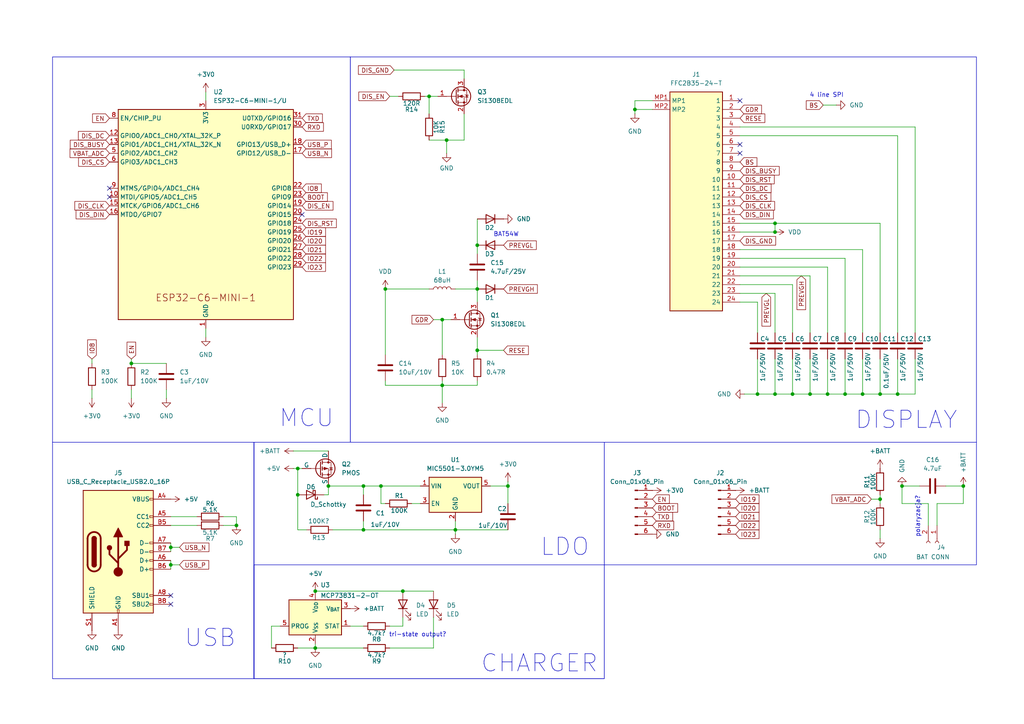
<source format=kicad_sch>
(kicad_sch (version 20231120) (generator "eeschema") (generator_version "8.0")
  (paper "A4")
  (title_block (title "ESP32 C6 EInk") (date "2024-11-17"))
  (lib_symbols
    (symbol "Battery_Management:MCP73831-2-OT"
      (property "Reference" "U" (at -7.62 6.35 0))
      (property "Value" "MCP73831-2-OT" (at 1.27 6.35 0))
      (symbol "MCP73831-2-OT_1_1"
        (pin tri_state line (at 10.16 -2.54 180) (length 2.54) (name "STAT") (number "1"))
        (pin power_in line (at 0 -7.62 90) (length 2.54) (name "V_{SS}") (number "2"))
        (pin power_out line (at 10.16 2.54 180) (length 2.54) (name "V_{BAT}") (number "3"))
        (pin power_in line (at 0 7.62 270) (length 2.54) (name "V_{DD}") (number "4"))
        (pin input line (at -10.16 -2.54 0) (length 2.54) (name "PROG") (number "5"))
      )
    )
    (symbol "Connector:Conn_01x02_Socket" (pin_names (offset 1.016) hide)
      (property "Reference" "J" (at 0 2.54 0))
      (property "Value" "Conn_01x02_Socket" (at 0 -5.08 0))
      (symbol "Conn_01x02_Socket_1_1"
        (pin passive line (at -5.08 0 0) (length 3.81) (name "Pin_1") (number "1"))
        (pin passive line (at -5.08 -2.54 0) (length 3.81) (name "Pin_2") (number "2"))
      )
    )
    (symbol "Connector:Conn_01x06_Pin" (pin_names (offset 1.016) hide)
      (property "Reference" "J" (at 0 7.62 0))
      (property "Value" "Conn_01x06_Pin" (at 0 -10.16 0))
      (symbol "Conn_01x06_Pin_1_1"
        (pin passive line (at 5.08 5.08 180) (length 3.81) (name "Pin_1") (number "1"))
        (pin passive line (at 5.08 2.54 180) (length 3.81) (name "Pin_2") (number "2"))
        (pin passive line (at 5.08 0 180) (length 3.81) (name "Pin_3") (number "3"))
        (pin passive line (at 5.08 -2.54 180) (length 3.81) (name "Pin_4") (number "4"))
        (pin passive line (at 5.08 -5.08 180) (length 3.81) (name "Pin_5") (number "5"))
        (pin passive line (at 5.08 -7.62 180) (length 3.81) (name "Pin_6") (number "6"))
      )
    )
    (symbol "Connector:USB_C_Receptacle_USB2.0_16P" (pin_names (offset 1.016))
      (property "Reference" "J" (at 0 22.225 0))
      (property "Value" "USB_C_Receptacle_USB2.0_16P" (at 0 19.685 0))
      (symbol "USB_C_Receptacle_USB2.0_16P_1_1"
        (pin passive line (at 0 -22.86 90) (length 5.08) (name "GND") (number "A1"))
        (pin passive line (at 0 -22.86 90) (length 5.08) hide (name "GND") (number "A12"))
        (pin passive line (at 15.24 15.24 180) (length 5.08) (name "VBUS") (number "A4"))
        (pin bidirectional line (at 15.24 10.16 180) (length 5.08) (name "CC1") (number "A5"))
        (pin bidirectional line (at 15.24 -2.54 180) (length 5.08) (name "D+") (number "A6"))
        (pin bidirectional line (at 15.24 2.54 180) (length 5.08) (name "D-") (number "A7"))
        (pin bidirectional line (at 15.24 -12.7 180) (length 5.08) (name "SBU1") (number "A8"))
        (pin passive line (at 15.24 15.24 180) (length 5.08) hide (name "VBUS") (number "A9"))
        (pin passive line (at 0 -22.86 90) (length 5.08) hide (name "GND") (number "B1"))
        (pin passive line (at 0 -22.86 90) (length 5.08) hide (name "GND") (number "B12"))
        (pin passive line (at 15.24 15.24 180) (length 5.08) hide (name "VBUS") (number "B4"))
        (pin bidirectional line (at 15.24 7.62 180) (length 5.08) (name "CC2") (number "B5"))
        (pin bidirectional line (at 15.24 -5.08 180) (length 5.08) (name "D+") (number "B6"))
        (pin bidirectional line (at 15.24 0 180) (length 5.08) (name "D-") (number "B7"))
        (pin bidirectional line (at 15.24 -15.24 180) (length 5.08) (name "SBU2") (number "B8"))
        (pin passive line (at 15.24 15.24 180) (length 5.08) hide (name "VBUS") (number "B9"))
        (pin passive line (at -7.62 -22.86 90) (length 5.08) (name "SHIELD") (number "S1"))
      )
    )
    (symbol "Device:C" (pin_numbers hide) (pin_names (offset 0.254))
      (property "Reference" "C" (at 0.635 2.54 0))
      (property "Value" "C" (at 0.635 -2.54 0))
      (symbol "C_1_1"
        (pin passive line (at 0 3.81 270) (length 2.794) (name "~") (number "1"))
        (pin passive line (at 0 -3.81 90) (length 2.794) (name "~") (number "2"))
      )
    )
    (symbol "Device:D" (pin_numbers hide) (pin_names (offset 1.016) hide)
      (property "Reference" "D" (at 0 2.54 0))
      (property "Value" "D" (at 0 -2.54 0))
      (symbol "D_1_1"
        (pin passive line (at -3.81 0 0) (length 2.54) (name "K") (number "1"))
        (pin passive line (at 3.81 0 180) (length 2.54) (name "A") (number "2"))
      )
    )
    (symbol "Device:D_Schottky" (pin_numbers hide) (pin_names (offset 1.016) hide)
      (property "Reference" "D" (at 0 2.54 0))
      (property "Value" "D_Schottky" (at 0 -2.54 0))
      (symbol "D_Schottky_1_1"
        (pin passive line (at -3.81 0 0) (length 2.54) (name "K") (number "1"))
        (pin passive line (at 3.81 0 180) (length 2.54) (name "A") (number "2"))
      )
    )
    (symbol "Device:L" (pin_numbers hide) (pin_names (offset 1.016) hide)
      (property "Reference" "L" (at -1.27 0 90))
      (property "Value" "L" (at 1.905 0 90))
      (symbol "L_1_1"
        (pin passive line (at 0 3.81 270) (length 1.27) (name "1") (number "1"))
        (pin passive line (at 0 -3.81 90) (length 1.27) (name "2") (number "2"))
      )
    )
    (symbol "Device:LED" (pin_numbers hide) (pin_names (offset 1.016) hide)
      (property "Reference" "D" (at 0 2.54 0))
      (property "Value" "LED" (at 0 -2.54 0))
      (symbol "LED_1_1"
        (pin passive line (at -3.81 0 0) (length 2.54) (name "K") (number "1"))
        (pin passive line (at 3.81 0 180) (length 2.54) (name "A") (number "2"))
      )
    )
    (symbol "Device:R" (pin_numbers hide) (pin_names (offset 0))
      (property "Reference" "R" (at 2.032 0 90))
      (property "Value" "R" (at 0 0 90))
      (symbol "R_1_1"
        (pin passive line (at 0 3.81 270) (length 1.27) (name "~") (number "1"))
        (pin passive line (at 0 -3.81 90) (length 1.27) (name "~") (number "2"))
      )
    )
    (symbol "FFC2B35-24-T:FFC2B35-24-T"
      (property "Reference" "J" (at 21.59 7.62 0))
      (property "Value" "FFC2B35-24-T" (at 21.59 5.08 0))
      (symbol "FFC2B35-24-T_1_1"
        (pin passive line (at 25.4 0 180) (length 5.08) (name "1") (number "1"))
        (pin passive line (at 25.4 -22.86 180) (length 5.08) (name "10") (number "10"))
        (pin passive line (at 25.4 -25.4 180) (length 5.08) (name "11") (number "11"))
        (pin passive line (at 25.4 -27.94 180) (length 5.08) (name "12") (number "12"))
        (pin passive line (at 25.4 -30.48 180) (length 5.08) (name "13") (number "13"))
        (pin passive line (at 25.4 -33.02 180) (length 5.08) (name "14") (number "14"))
        (pin passive line (at 25.4 -35.56 180) (length 5.08) (name "15") (number "15"))
        (pin passive line (at 25.4 -38.1 180) (length 5.08) (name "16") (number "16"))
        (pin passive line (at 25.4 -40.64 180) (length 5.08) (name "17") (number "17"))
        (pin passive line (at 25.4 -43.18 180) (length 5.08) (name "18") (number "18"))
        (pin passive line (at 25.4 -45.72 180) (length 5.08) (name "19") (number "19"))
        (pin passive line (at 25.4 -2.54 180) (length 5.08) (name "2") (number "2"))
        (pin passive line (at 25.4 -48.26 180) (length 5.08) (name "20") (number "20"))
        (pin passive line (at 25.4 -50.8 180) (length 5.08) (name "21") (number "21"))
        (pin passive line (at 25.4 -53.34 180) (length 5.08) (name "22") (number "22"))
        (pin passive line (at 25.4 -55.88 180) (length 5.08) (name "23") (number "23"))
        (pin passive line (at 25.4 -58.42 180) (length 5.08) (name "24") (number "24"))
        (pin passive line (at 25.4 -5.08 180) (length 5.08) (name "3") (number "3"))
        (pin passive line (at 25.4 -7.62 180) (length 5.08) (name "4") (number "4"))
        (pin passive line (at 25.4 -10.16 180) (length 5.08) (name "5") (number "5"))
        (pin passive line (at 25.4 -12.7 180) (length 5.08) (name "6") (number "6"))
        (pin passive line (at 25.4 -15.24 180) (length 5.08) (name "7") (number "7"))
        (pin passive line (at 25.4 -17.78 180) (length 5.08) (name "8") (number "8"))
        (pin passive line (at 25.4 -20.32 180) (length 5.08) (name "9") (number "9"))
        (pin passive line (at 0 0 0) (length 5.08) (name "MP1") (number "MP1"))
        (pin passive line (at 0 -2.54 0) (length 5.08) (name "MP2") (number "MP2"))
      )
    )
    (symbol "PCM_Espressif:ESP32-C6-MINI-1/U"
      (property "Reference" "U" (at -25.4 35.56 0))
      (property "Value" "ESP32-C6-MINI-1/U" (at -25.4 33.02 0))
      (symbol "ESP32-C6-MINI-1/U_0_0"
        (text "ESP32-C6-MINI-1" (at 0 -24.13 0) (effects (font (size 2 2))))
      )
      (symbol "ESP32-C6-MINI-1/U_1_1"
        (pin power_in line (at 0 -33.02 90) (length 2.54) (name "GND") (number "1"))
        (pin bidirectional line (at -27.94 5.08 0) (length 2.54) (name "MTDI/GPIO5/ADC1_CH5") (number "10"))
        (pin passive line (at 0 -33.02 90) (length 2.54) hide (name "GND") (number "11"))
        (pin bidirectional line (at -27.94 22.86 0) (length 2.54) (name "GPIO0/ADC1_CH0/XTAL_32K_P") (number "12"))
        (pin bidirectional line (at -27.94 20.32 0) (length 2.54) (name "GPIO1/ADC1_CH1/XTAL_32K_N") (number "13"))
        (pin passive line (at 0 -33.02 90) (length 2.54) hide (name "GND") (number "14"))
        (pin bidirectional line (at -27.94 2.54 0) (length 2.54) (name "MTCK/GPIO6/ADC1_CH6") (number "15"))
        (pin bidirectional line (at -27.94 0 0) (length 2.54) (name "MTDO/GPIO7") (number "16"))
        (pin bidirectional line (at 27.94 17.78 180) (length 2.54) (name "GPIO12/USB_D-") (number "17"))
        (pin bidirectional line (at 27.94 20.32 180) (length 2.54) (name "GPIO13/USB_D+") (number "18"))
        (pin bidirectional line (at 27.94 2.54 180) (length 2.54) (name "GPIO14") (number "19"))
        (pin passive line (at 0 -33.02 90) (length 2.54) hide (name "GND") (number "2"))
        (pin bidirectional line (at 27.94 0 180) (length 2.54) (name "GPIO15") (number "20"))
        (pin no_connect line (at -25.4 -10.16 0) (length 2.54) hide (name "NC") (number "21"))
        (pin bidirectional line (at 27.94 7.62 180) (length 2.54) (name "GPIO8") (number "22"))
        (pin bidirectional line (at 27.94 5.08 180) (length 2.54) (name "GPIO9") (number "23"))
        (pin bidirectional line (at 27.94 -2.54 180) (length 2.54) (name "GPIO18") (number "24"))
        (pin bidirectional line (at 27.94 -5.08 180) (length 2.54) (name "GPIO19") (number "25"))
        (pin bidirectional line (at 27.94 -7.62 180) (length 2.54) (name "GPIO20") (number "26"))
        (pin bidirectional line (at 27.94 -10.16 180) (length 2.54) (name "GPIO21") (number "27"))
        (pin bidirectional line (at 27.94 -12.7 180) (length 2.54) (name "GPIO22") (number "28"))
        (pin bidirectional line (at 27.94 -15.24 180) (length 2.54) (name "GPIO23") (number "29"))
        (pin power_in line (at 0 33.02 270) (length 2.54) (name "3V3") (number "3"))
        (pin bidirectional line (at 27.94 25.4 180) (length 2.54) (name "U0RXD/GPIO17") (number "30"))
        (pin bidirectional line (at 27.94 27.94 180) (length 2.54) (name "U0TXD/GPIO16") (number "31"))
        (pin no_connect line (at -25.4 -12.7 0) (length 2.54) hide (name "NC") (number "32"))
        (pin no_connect line (at -25.4 -15.24 0) (length 2.54) hide (name "NC") (number "33"))
        (pin no_connect line (at -25.4 -17.78 0) (length 2.54) hide (name "NC") (number "34"))
        (pin no_connect line (at -25.4 -20.32 0) (length 2.54) hide (name "NC") (number "35"))
        (pin passive line (at 0 -33.02 90) (length 2.54) hide (name "GND") (number "36"))
        (pin passive line (at 0 -33.02 90) (length 2.54) hide (name "GND") (number "37"))
        (pin passive line (at 0 -33.02 90) (length 2.54) hide (name "GND") (number "38"))
        (pin passive line (at 0 -33.02 90) (length 2.54) hide (name "GND") (number "39"))
        (pin no_connect line (at -25.4 -5.08 0) (length 2.54) hide (name "NC") (number "4"))
        (pin passive line (at 0 -33.02 90) (length 2.54) hide (name "GND") (number "40"))
        (pin passive line (at 0 -33.02 90) (length 2.54) hide (name "GND") (number "41"))
        (pin passive line (at 0 -33.02 90) (length 2.54) hide (name "GND") (number "42"))
        (pin passive line (at 0 -33.02 90) (length 2.54) hide (name "GND") (number "43"))
        (pin passive line (at 0 -33.02 90) (length 2.54) hide (name "GND") (number "44"))
        (pin passive line (at 0 -33.02 90) (length 2.54) hide (name "GND") (number "45"))
        (pin passive line (at 0 -33.02 90) (length 2.54) hide (name "GND") (number "46"))
        (pin passive line (at 0 -33.02 90) (length 2.54) hide (name "GND") (number "47"))
        (pin passive line (at 0 -33.02 90) (length 2.54) hide (name "GND") (number "48"))
        (pin passive line (at 0 -33.02 90) (length 2.54) hide (name "GND") (number "49"))
        (pin bidirectional line (at -27.94 17.78 0) (length 2.54) (name "GPIO2/ADC1_CH2") (number "5"))
        (pin passive line (at 0 -33.02 90) (length 2.54) hide (name "GND") (number "50"))
        (pin passive line (at 0 -33.02 90) (length 2.54) hide (name "GND") (number "51"))
        (pin passive line (at 0 -33.02 90) (length 2.54) hide (name "GND") (number "52"))
        (pin passive line (at 0 -33.02 90) (length 2.54) hide (name "GND") (number "53"))
        (pin bidirectional line (at -27.94 15.24 0) (length 2.54) (name "GPIO3/ADC1_CH3") (number "6"))
        (pin no_connect line (at -25.4 -7.62 0) (length 2.54) hide (name "NC") (number "7"))
        (pin input line (at -27.94 27.94 0) (length 2.54) (name "EN/CHIP_PU") (number "8"))
        (pin bidirectional line (at -27.94 7.62 0) (length 2.54) (name "MTMS/GPIO4/ADC1_CH4") (number "9"))
      )
    )
    (symbol "Regulator_Linear:MIC5501-3.0YM5"
      (property "Reference" "U" (at -7.62 8.89 0))
      (property "Value" "MIC5501-3.0YM5" (at -7.62 6.35 0))
      (symbol "MIC5501-3.0YM5_1_1"
        (pin power_in line (at -10.16 2.54 0) (length 2.54) (name "VIN") (number "1"))
        (pin power_in line (at 0 -7.62 90) (length 2.54) (name "GND") (number "2"))
        (pin input line (at -10.16 -2.54 0) (length 2.54) (name "EN") (number "3"))
        (pin no_connect line (at 7.62 -2.54 180) (length 2.54) hide (name "NC") (number "4"))
        (pin power_out line (at 10.16 2.54 180) (length 2.54) (name "VOUT") (number "5"))
      )
    )
    (symbol "Simulation_SPICE:PMOS" (pin_numbers hide) (pin_names (offset 0))
      (property "Reference" "Q" (at 5.08 1.27 0))
      (property "Value" "PMOS" (at 5.08 -1.27 0))
      (symbol "PMOS_1_1"
        (pin passive line (at 2.54 5.08 270) (length 2.54) (name "D") (number "1"))
        (pin input line (at -5.08 0 0) (length 2.54) (name "G") (number "2"))
        (pin passive line (at 2.54 -5.08 90) (length 2.54) (name "S") (number "3"))
      )
    )
    (symbol "Transistor_FET:Si1308EDL" (pin_names hide)
      (property "Reference" "Q" (at 5.08 1.905 0))
      (property "Value" "Si1308EDL" (at 5.08 0 0))
      (symbol "Si1308EDL_1_1"
        (pin input line (at -5.08 0 0) (length 2.54) (name "G") (number "1"))
        (pin passive line (at 2.54 -5.08 90) (length 2.54) (name "S") (number "2"))
        (pin passive line (at 2.54 5.08 270) (length 2.54) (name "D") (number "3"))
      )
    )
    (symbol "power:+3V0" (power) (pin_numbers hide) (pin_names (offset 0) hide)
      (property "Value" "+3V0" (at 0 3.556 0))
      (symbol "+3V0_1_1"
        (pin power_in line (at 0 0 90) (length 0) (name "~") (number "1"))
      )
    )
    (symbol "power:+5V" (power) (pin_numbers hide) (pin_names (offset 0) hide)
      (property "Value" "+5V" (at 0 3.556 0))
      (symbol "+5V_1_1"
        (pin power_in line (at 0 0 90) (length 0) (name "~") (number "1"))
      )
    )
    (symbol "power:+BATT" (power) (pin_numbers hide) (pin_names (offset 0) hide)
      (property "Value" "+BATT" (at 0 3.556 0))
      (symbol "+BATT_1_1"
        (pin power_in line (at 0 0 90) (length 0) (name "~") (number "1"))
      )
    )
    (symbol "power:GND" (power) (pin_numbers hide) (pin_names (offset 0) hide)
      (property "Value" "GND" (at 0 -3.81 0))
      (symbol "GND_1_1"
        (pin power_in line (at 0 0 270) (length 0) (name "~") (number "1"))
      )
    )
    (symbol "power:VDD" (power) (pin_numbers hide) (pin_names (offset 0) hide)
      (property "Value" "VDD" (at 0 3.556 0))
      (symbol "VDD_1_1"
        (pin power_in line (at 0 0 90) (length 0) (name "~") (number "1"))
      )
    )
  )
  (junction (at 138.43 71.12))
  (junction (at 224.79 67.31))
  (junction (at 111.76 83.82))
  (junction (at 261.62 140.97))
  (junction (at 105.41 153.67))
  (junction (at 132.08 153.67))
  (junction (at 245.11 114.3))
  (junction (at 95.25 140.97))
  (junction (at 224.79 114.3))
  (junction (at 49.53 158.75))
  (junction (at 86.36 135.89))
  (junction (at 260.35 114.3))
  (junction (at 91.44 187.96))
  (junction (at 49.53 163.83))
  (junction (at 229.87 114.3))
  (junction (at 138.43 83.82))
  (junction (at 279.4 140.97))
  (junction (at 184.15 31.75))
  (junction (at 124.46 27.94))
  (junction (at 250.19 114.3))
  (junction (at 86.36 143.51))
  (junction (at 255.27 144.78))
  (junction (at 68.58 152.4))
  (junction (at 129.54 40.64))
  (junction (at 255.27 114.3))
  (junction (at 116.84 171.45))
  (junction (at 128.27 111.76))
  (junction (at 147.32 140.97))
  (junction (at 128.27 92.71))
  (junction (at 138.43 101.6))
  (junction (at 219.71 114.3))
  (junction (at 240.03 114.3))
  (junction (at 105.41 140.97))
  (junction (at 224.79 64.77))
  (junction (at 38.1 105.41))
  (junction (at 91.44 171.45))
  (junction (at 110.49 140.97))
  (junction (at 234.95 114.3))
  (no_connect (at 214.63 44.45))
  (no_connect (at 31.75 54.61))
  (no_connect (at 214.63 29.21))
  (no_connect (at 49.53 172.72))
  (no_connect (at 214.63 41.91))
  (no_connect (at 49.53 175.26))
  (no_connect (at 31.75 57.15))
  (no_connect (at 87.63 62.23))
  (wire (pts (xy 224.79 104.14) (xy 224.79 114.3)))
  (wire (pts (xy 111.76 111.76) (xy 111.76 110.49)))
  (wire (pts (xy 49.53 157.48) (xy 49.53 158.75)))
  (wire (pts (xy 86.36 143.51) (xy 86.36 153.67)))
  (wire (pts (xy 59.69 26.67) (xy 59.69 29.21)))
  (wire (pts (xy 214.63 85.09) (xy 224.79 85.09)))
  (wire (pts (xy 234.95 114.3) (xy 229.87 114.3)))
  (wire (pts (xy 229.87 104.14) (xy 229.87 114.3)))
  (wire (pts (xy 250.19 72.39) (xy 250.19 96.52)))
  (wire (pts (xy 105.41 153.67) (xy 132.08 153.67)))
  (wire (pts (xy 214.63 64.77) (xy 224.79 64.77)))
  (wire (pts (xy 265.43 36.83) (xy 265.43 96.52)))
  (wire (pts (xy 132.08 153.67) (xy 132.08 154.94)))
  (wire (pts (xy 261.62 146.05) (xy 261.62 140.97)))
  (wire (pts (xy 128.27 110.49) (xy 128.27 111.76)))
  (wire (pts (xy 214.63 80.01) (xy 234.95 80.01)))
  (wire (pts (xy 271.78 152.4) (xy 271.78 146.05)))
  (wire (pts (xy 138.43 71.12) (xy 138.43 73.66)))
  (wire (pts (xy 255.27 153.67) (xy 255.27 156.21)))
  (wire (pts (xy 138.43 83.82) (xy 132.08 83.82)))
  (wire (pts (xy 261.62 140.97) (xy 266.7 140.97)))
  (wire (pts (xy 214.63 77.47) (xy 240.03 77.47)))
  (wire (pts (xy 224.79 85.09) (xy 224.79 96.52)))
  (wire (pts (xy 138.43 97.79) (xy 138.43 101.6)))
  (wire (pts (xy 132.08 151.13) (xy 132.08 153.67)))
  (wire (pts (xy 240.03 114.3) (xy 234.95 114.3)))
  (wire (pts (xy 229.87 114.3) (xy 224.79 114.3)))
  (wire (pts (xy 38.1 113.03) (xy 38.1 115.57)))
  (wire (pts (xy 269.24 146.05) (xy 261.62 146.05)))
  (wire (pts (xy 260.35 39.37) (xy 260.35 96.52)))
  (wire (pts (xy 240.03 104.14) (xy 240.03 114.3)))
  (wire (pts (xy 111.76 111.76) (xy 128.27 111.76)))
  (wire (pts (xy 260.35 104.14) (xy 260.35 114.3)))
  (wire (pts (xy 57.15 152.4) (xy 49.53 152.4)))
  (wire (pts (xy 146.05 101.6) (xy 138.43 101.6)))
  (wire (pts (xy 134.62 40.64) (xy 129.54 40.64)))
  (wire (pts (xy 214.63 39.37) (xy 260.35 39.37)))
  (wire (pts (xy 110.49 140.97) (xy 110.49 146.05)))
  (wire (pts (xy 49.53 163.83) (xy 49.53 165.1)))
  (wire (pts (xy 105.41 151.13) (xy 105.41 153.67)))
  (wire (pts (xy 52.07 163.83) (xy 49.53 163.83)))
  (wire (pts (xy 64.77 149.86) (xy 68.58 149.86)))
  (wire (pts (xy 224.79 67.31) (xy 224.79 64.77)))
  (wire (pts (xy 86.36 135.89) (xy 86.36 143.51)))
  (wire (pts (xy 52.07 158.75) (xy 49.53 158.75)))
  (wire (pts (xy 229.87 82.55) (xy 229.87 96.52)))
  (wire (pts (xy 134.62 33.02) (xy 134.62 40.64)))
  (wire (pts (xy 113.03 181.61) (xy 116.84 181.61)))
  (wire (pts (xy 57.15 149.86) (xy 49.53 149.86)))
  (wire (pts (xy 48.26 113.03) (xy 48.26 115.57)))
  (wire (pts (xy 49.53 158.75) (xy 49.53 160.02)))
  (wire (pts (xy 265.43 114.3) (xy 260.35 114.3)))
  (wire (pts (xy 125.73 179.07) (xy 125.73 187.96)))
  (wire (pts (xy 189.23 29.21) (xy 184.15 29.21)))
  (wire (pts (xy 252.73 144.78) (xy 255.27 144.78)))
  (wire (pts (xy 255.27 64.77) (xy 255.27 96.52)))
  (wire (pts (xy 138.43 83.82) (xy 138.43 87.63)))
  (wire (pts (xy 116.84 171.45) (xy 125.73 171.45)))
  (wire (pts (xy 95.25 140.97) (xy 105.41 140.97)))
  (wire (pts (xy 123.19 27.94) (xy 124.46 27.94)))
  (wire (pts (xy 113.03 27.94) (xy 115.57 27.94)))
  (wire (pts (xy 255.27 143.51) (xy 255.27 144.78)))
  (wire (pts (xy 128.27 92.71) (xy 130.81 92.71)))
  (wire (pts (xy 124.46 27.94) (xy 127 27.94)))
  (wire (pts (xy 78.74 181.61) (xy 81.28 181.61)))
  (wire (pts (xy 95.25 143.51) (xy 95.25 140.97)))
  (wire (pts (xy 214.63 36.83) (xy 265.43 36.83)))
  (wire (pts (xy 240.03 77.47) (xy 240.03 96.52)))
  (wire (pts (xy 26.67 113.03) (xy 26.67 115.57)))
  (wire (pts (xy 128.27 102.87) (xy 128.27 92.71)))
  (wire (pts (xy 219.71 114.3) (xy 215.9 114.3)))
  (wire (pts (xy 224.79 114.3) (xy 219.71 114.3)))
  (wire (pts (xy 184.15 29.21) (xy 184.15 31.75)))
  (wire (pts (xy 219.71 87.63) (xy 219.71 96.52)))
  (wire (pts (xy 214.63 74.93) (xy 245.11 74.93)))
  (wire (pts (xy 250.19 114.3) (xy 245.11 114.3)))
  (wire (pts (xy 138.43 63.5) (xy 138.43 71.12)))
  (wire (pts (xy 86.36 135.89) (xy 87.63 135.89)))
  (wire (pts (xy 142.24 140.97) (xy 147.32 140.97)))
  (wire (pts (xy 129.54 40.64) (xy 124.46 40.64)))
  (wire (pts (xy 86.36 153.67) (xy 88.9 153.67)))
  (wire (pts (xy 255.27 104.14) (xy 255.27 114.3)))
  (wire (pts (xy 260.35 114.3) (xy 255.27 114.3)))
  (wire (pts (xy 128.27 111.76) (xy 128.27 116.84)))
  (wire (pts (xy 125.73 92.71) (xy 128.27 92.71)))
  (wire (pts (xy 124.46 27.94) (xy 124.46 33.02)))
  (wire (pts (xy 138.43 101.6) (xy 138.43 102.87)))
  (wire (pts (xy 110.49 140.97) (xy 121.92 140.97)))
  (wire (pts (xy 91.44 171.45) (xy 116.84 171.45)))
  (wire (pts (xy 78.74 187.96) (xy 78.74 181.61)))
  (wire (pts (xy 255.27 146.05) (xy 255.27 144.78)))
  (wire (pts (xy 129.54 44.45) (xy 129.54 40.64)))
  (wire (pts (xy 26.67 105.41) (xy 26.67 104.14)))
  (wire (pts (xy 224.79 67.31) (xy 214.63 67.31)))
  (wire (pts (xy 250.19 104.14) (xy 250.19 114.3)))
  (wire (pts (xy 147.32 140.97) (xy 147.32 146.05)))
  (wire (pts (xy 91.44 187.96) (xy 91.44 186.69)))
  (wire (pts (xy 271.78 146.05) (xy 279.4 146.05)))
  (wire (pts (xy 269.24 152.4) (xy 269.24 146.05)))
  (wire (pts (xy 134.62 20.32) (xy 134.62 22.86)))
  (wire (pts (xy 255.27 114.3) (xy 250.19 114.3)))
  (wire (pts (xy 111.76 146.05) (xy 110.49 146.05)))
  (wire (pts (xy 85.09 130.81) (xy 95.25 130.81)))
  (wire (pts (xy 119.38 146.05) (xy 121.92 146.05)))
  (wire (pts (xy 219.71 104.14) (xy 219.71 114.3)))
  (wire (pts (xy 134.62 20.32) (xy 114.3 20.32)))
  (wire (pts (xy 101.6 181.61) (xy 105.41 181.61)))
  (wire (pts (xy 138.43 111.76) (xy 128.27 111.76)))
  (wire (pts (xy 132.08 153.67) (xy 147.32 153.67)))
  (wire (pts (xy 111.76 83.82) (xy 124.46 83.82)))
  (wire (pts (xy 86.36 187.96) (xy 91.44 187.96)))
  (wire (pts (xy 147.32 139.7) (xy 147.32 140.97)))
  (wire (pts (xy 85.09 135.89) (xy 86.36 135.89)))
  (wire (pts (xy 111.76 83.82) (xy 111.76 102.87)))
  (wire (pts (xy 68.58 149.86) (xy 68.58 152.4)))
  (wire (pts (xy 234.95 80.01) (xy 234.95 96.52)))
  (wire (pts (xy 48.26 105.41) (xy 38.1 105.41)))
  (wire (pts (xy 279.4 146.05) (xy 279.4 140.97)))
  (wire (pts (xy 116.84 179.07) (xy 116.84 181.61)))
  (wire (pts (xy 245.11 74.93) (xy 245.11 96.52)))
  (wire (pts (xy 265.43 104.14) (xy 265.43 114.3)))
  (wire (pts (xy 214.63 72.39) (xy 250.19 72.39)))
  (wire (pts (xy 214.63 82.55) (xy 229.87 82.55)))
  (wire (pts (xy 125.73 187.96) (xy 113.03 187.96)))
  (wire (pts (xy 234.95 104.14) (xy 234.95 114.3)))
  (wire (pts (xy 105.41 187.96) (xy 91.44 187.96)))
  (wire (pts (xy 138.43 110.49) (xy 138.43 111.76)))
  (wire (pts (xy 189.23 31.75) (xy 184.15 31.75)))
  (wire (pts (xy 59.69 95.25) (xy 59.69 97.79)))
  (wire (pts (xy 274.32 140.97) (xy 279.4 140.97)))
  (wire (pts (xy 38.1 105.41) (xy 38.1 104.14)))
  (wire (pts (xy 93.98 143.51) (xy 95.25 143.51)))
  (wire (pts (xy 49.53 162.56) (xy 49.53 163.83)))
  (wire (pts (xy 245.11 104.14) (xy 245.11 114.3)))
  (wire (pts (xy 245.11 114.3) (xy 240.03 114.3)))
  (wire (pts (xy 184.15 33.02) (xy 184.15 31.75)))
  (wire (pts (xy 224.79 64.77) (xy 255.27 64.77)))
  (wire (pts (xy 214.63 87.63) (xy 219.71 87.63)))
  (wire (pts (xy 138.43 81.28) (xy 138.43 83.82)))
  (wire (pts (xy 105.41 140.97) (xy 110.49 140.97)))
  (wire (pts (xy 238.76 30.48) (xy 242.57 30.48)))
  (wire (pts (xy 64.77 152.4) (xy 68.58 152.4)))
  (wire (pts (xy 105.41 140.97) (xy 105.41 143.51)))
  (wire (pts (xy 96.52 153.67) (xy 105.41 153.67)))
  (rectangle (start 15.24 16.51) (end 101.6 128.27))
  (rectangle (start 73.66 128.27) (end 175.26 196.85))
  (rectangle (start 101.6 16.51) (end 283.21 128.27))
  (rectangle (start 15.24 128.27) (end 73.66 196.85))
  (rectangle (start 73.66 163.83) (end 175.26 196.85))
  (rectangle (start 175.26 128.27) (end 283.21 163.83))
  (text "USB" (at 60.96 185.166 0) (effects (font (size 5 5))))
  (text "DISPLAY" (at 262.89 121.92 0) (effects (font (size 5 5))))
  (text "BAT54W" (at 146.812 68.072 0) (effects (font (size 1.27 1.27))))
  (text "4 line SPI" (at 239.776 27.686 0) (effects (font (size 1.27 1.27))))
  (text "polaryzacja?" (at 266.192 149.86 90) (effects (font (size 1.27 1.27))))
  (text "tri-state output?" (at 121.158 184.15 0) (effects (font (size 1.27 1.27))))
  (text "CHARGER" (at 156.464 192.532 0) (effects (font (size 5 5))))
  (text "MCU" (at 88.9 121.412 0) (effects (font (size 5 5))))
  (text "LDO" (at 163.83 158.75 0) (effects (font (size 5 5))))
  (global_label "DIS_EN" (shape input) (at 113.03 27.94 180) (property "Intersheetrefs" "${INTERSHEET_REFS}" (effects (hide yes))))
  (global_label "DIS_CS" (shape input) (at 214.63 57.15 0) (property "Intersheetrefs" "${INTERSHEET_REFS}" (effects (hide yes))))
  (global_label "IO22" (shape input) (at 87.63 74.93 0) (property "Intersheetrefs" "${INTERSHEET_REFS}" (effects (hide yes))))
  (global_label "EN" (shape input) (at 31.75 34.29 180) (property "Intersheetrefs" "${INTERSHEET_REFS}" (effects (hide yes))))
  (global_label "BS" (shape input) (at 214.63 46.99 0) (property "Intersheetrefs" "${INTERSHEET_REFS}" (effects (hide yes))))
  (global_label "RXD" (shape input) (at 87.63 36.83 0) (property "Intersheetrefs" "${INTERSHEET_REFS}" (effects (hide yes))))
  (global_label "RESE" (shape input) (at 214.63 34.29 0) (property "Intersheetrefs" "${INTERSHEET_REFS}" (effects (hide yes))))
  (global_label "IO21" (shape input) (at 87.63 72.39 0) (property "Intersheetrefs" "${INTERSHEET_REFS}" (effects (hide yes))))
  (global_label "USB_P" (shape input) (at 87.63 41.91 0) (property "Intersheetrefs" "${INTERSHEET_REFS}" (effects (hide yes))))
  (global_label "BOOT" (shape input) (at 87.63 57.15 0) (property "Intersheetrefs" "${INTERSHEET_REFS}" (effects (hide yes))))
  (global_label "DIS_DC" (shape input) (at 214.63 54.61 0) (property "Intersheetrefs" "${INTERSHEET_REFS}" (effects (hide yes))))
  (global_label "DIS_RST" (shape input) (at 214.63 52.07 0) (property "Intersheetrefs" "${INTERSHEET_REFS}" (effects (hide yes))))
  (global_label "IO8" (shape input) (at 87.63 54.61 0) (property "Intersheetrefs" "${INTERSHEET_REFS}" (effects (hide yes))))
  (global_label "DIS_EN" (shape input) (at 87.63 59.69 0) (property "Intersheetrefs" "${INTERSHEET_REFS}" (effects (hide yes))))
  (global_label "RXD" (shape input) (at 189.23 152.4 0) (property "Intersheetrefs" "${INTERSHEET_REFS}" (effects (hide yes))))
  (global_label "GDR" (shape input) (at 125.73 92.71 180) (property "Intersheetrefs" "${INTERSHEET_REFS}" (effects (hide yes))))
  (global_label "PREVGH" (shape input) (at 146.05 83.82 0) (property "Intersheetrefs" "${INTERSHEET_REFS}" (effects (hide yes))))
  (global_label "EN" (shape input) (at 38.1 104.14 90) (property "Intersheetrefs" "${INTERSHEET_REFS}" (effects (hide yes))))
  (global_label "USB_N" (shape input) (at 52.07 158.75 0) (property "Intersheetrefs" "${INTERSHEET_REFS}" (effects (hide yes))))
  (global_label "RESE" (shape input) (at 146.05 101.6 0) (property "Intersheetrefs" "${INTERSHEET_REFS}" (effects (hide yes))))
  (global_label "DIS_DIN" (shape input) (at 31.75 62.23 180) (property "Intersheetrefs" "${INTERSHEET_REFS}" (effects (hide yes))))
  (global_label "DIS_DIN" (shape input) (at 214.63 62.23 0) (property "Intersheetrefs" "${INTERSHEET_REFS}" (effects (hide yes))))
  (global_label "DIS_BUSY" (shape input) (at 214.63 49.53 0) (property "Intersheetrefs" "${INTERSHEET_REFS}" (effects (hide yes))))
  (global_label "DIS_CS" (shape input) (at 31.75 46.99 180) (property "Intersheetrefs" "${INTERSHEET_REFS}" (effects (hide yes))))
  (global_label "VBAT_ADC" (shape input) (at 252.73 144.78 180) (property "Intersheetrefs" "${INTERSHEET_REFS}" (effects (hide yes))))
  (global_label "BS" (shape input) (at 238.76 30.48 180) (property "Intersheetrefs" "${INTERSHEET_REFS}" (effects (hide yes))))
  (global_label "IO8" (shape input) (at 26.67 104.14 90) (property "Intersheetrefs" "${INTERSHEET_REFS}" (effects (hide yes))))
  (global_label "IO20" (shape input) (at 213.36 147.32 0) (property "Intersheetrefs" "${INTERSHEET_REFS}" (effects (hide yes))))
  (global_label "DIS_CLK" (shape input) (at 214.63 59.69 0) (property "Intersheetrefs" "${INTERSHEET_REFS}" (effects (hide yes))))
  (global_label "GDR" (shape input) (at 214.63 31.75 0) (property "Intersheetrefs" "${INTERSHEET_REFS}" (effects (hide yes))))
  (global_label "IO22" (shape input) (at 213.36 152.4 0) (property "Intersheetrefs" "${INTERSHEET_REFS}" (effects (hide yes))))
  (global_label "EN" (shape input) (at 189.23 144.78 0) (property "Intersheetrefs" "${INTERSHEET_REFS}" (effects (hide yes))))
  (global_label "USB_N" (shape input) (at 87.63 44.45 0) (property "Intersheetrefs" "${INTERSHEET_REFS}" (effects (hide yes))))
  (global_label "IO23" (shape input) (at 213.36 154.94 0) (property "Intersheetrefs" "${INTERSHEET_REFS}" (effects (hide yes))))
  (global_label "DIS_BUSY" (shape input) (at 31.75 41.91 180) (property "Intersheetrefs" "${INTERSHEET_REFS}" (effects (hide yes))))
  (global_label "IO20" (shape input) (at 87.63 69.85 0) (property "Intersheetrefs" "${INTERSHEET_REFS}" (effects (hide yes))))
  (global_label "IO19" (shape input) (at 213.36 144.78 0) (property "Intersheetrefs" "${INTERSHEET_REFS}" (effects (hide yes))))
  (global_label "VBAT_ADC" (shape input) (at 31.75 44.45 180) (property "Intersheetrefs" "${INTERSHEET_REFS}" (effects (hide yes))))
  (global_label "USB_P" (shape input) (at 52.07 163.83 0) (property "Intersheetrefs" "${INTERSHEET_REFS}" (effects (hide yes))))
  (global_label "DIS_GND" (shape input) (at 114.3 20.32 180) (property "Intersheetrefs" "${INTERSHEET_REFS}" (effects (hide yes))))
  (global_label "BOOT" (shape input) (at 189.23 147.32 0) (property "Intersheetrefs" "${INTERSHEET_REFS}" (effects (hide yes))))
  (global_label "DIS_CLK" (shape input) (at 31.75 59.69 180) (property "Intersheetrefs" "${INTERSHEET_REFS}" (effects (hide yes))))
  (global_label "IO23" (shape input) (at 87.63 77.47 0) (property "Intersheetrefs" "${INTERSHEET_REFS}" (effects (hide yes))))
  (global_label "TXD" (shape input) (at 87.63 34.29 0) (property "Intersheetrefs" "${INTERSHEET_REFS}" (effects (hide yes))))
  (global_label "DIS_RST" (shape input) (at 87.63 64.77 0) (property "Intersheetrefs" "${INTERSHEET_REFS}" (effects (hide yes))))
  (global_label "PREVGL" (shape input) (at 222.25 85.09 270) (property "Intersheetrefs" "${INTERSHEET_REFS}" (effects (hide yes))))
  (global_label "TXD" (shape input) (at 189.23 149.86 0) (property "Intersheetrefs" "${INTERSHEET_REFS}" (effects (hide yes))))
  (global_label "DIS_GND" (shape input) (at 214.63 69.85 0) (property "Intersheetrefs" "${INTERSHEET_REFS}" (effects (hide yes))))
  (global_label "DIS_DC" (shape input) (at 31.75 39.37 180) (property "Intersheetrefs" "${INTERSHEET_REFS}" (effects (hide yes))))
  (global_label "PREVGH" (shape input) (at 232.41 80.01 270) (property "Intersheetrefs" "${INTERSHEET_REFS}" (effects (hide yes))))
  (global_label "IO19" (shape input) (at 87.63 67.31 0) (property "Intersheetrefs" "${INTERSHEET_REFS}" (effects (hide yes))))
  (global_label "IO21" (shape input) (at 213.36 149.86 0) (property "Intersheetrefs" "${INTERSHEET_REFS}" (effects (hide yes))))
  (global_label "PREVGL" (shape input) (at 146.05 71.12 0) (property "Intersheetrefs" "${INTERSHEET_REFS}" (effects (hide yes))))
  (symbol (lib_id "Device:LED") (at 125.73 175.26 90) (unit 1)
    (property "Reference" "D5" (at 129.54 175.5774 90) (effects (justify right)))
    (property "Value" "LED" (at 129.54 178.1174 90) (effects (justify right)))
    (property "Description" "Light emitting diode" (effects (hide yes)))
  )
  (symbol (lib_id "Device:C") (at 234.95 100.33 0) (unit 1)
    (property "Reference" "C7" (at 235.712 98.298 0) (effects (justify left)))
    (property "Value" "1uF/50V" (at 236.474 110.744 90) (effects (justify left)))
    (property "Description" "Unpolarized capacitor" (effects (hide yes)))
  )
  (symbol (lib_id "Device:R") (at 109.22 181.61 270) (unit 1)
    (property "Reference" "R8" (at 109.22 185.42 90))
    (property "Value" "4.7k?" (at 109.22 183.642 90))
    (property "Description" "Resistor" (effects (hide yes)))
  )
  (symbol (lib_id "Device:R") (at 82.55 187.96 270) (unit 1)
    (property "Reference" "R10" (at 82.55 191.77 90))
    (property "Value" "?" (at 82.55 189.992 90))
    (property "Description" "Resistor" (effects (hide yes)))
  )
  (symbol (lib_id "PCM_Espressif:ESP32-C6-MINI-1/U") (at 59.69 62.23 0) (unit 1)
    (property "Reference" "U2" (at 61.8841 26.67 0) (effects (justify left)))
    (property "Value" "ESP32-C6-MINI-1/U" (at 61.8841 29.21 0) (effects (justify left)))
    (property "Footprint" "PCM_Espressif:ESP32-C6-MINI-1" (effects (hide yes)))
    (property "Datasheet" "https://www.espressif.com/sites/default/files/documentation/esp32-c6-mini-1_datasheet_en.pdf" (effects (hide yes)))
    (property "Description" "ESP32-C6-MINI-1 is a module that supports 2.4 GHz Wi-Fi 6 (802.11 ax), Bluetooth® 5 (LE), Zigbee and Thread (802.15.4)" (effects (hide yes)))
  )
  (symbol (lib_id "Battery_Management:MCP73831-2-OT") (at 91.44 179.07 0) (unit 1)
    (property "Reference" "U3" (at 92.964 169.672 0) (effects (justify left)))
    (property "Value" "MCP73831-2-OT" (at 92.964 172.72 0) (effects (justify left)))
    (property "Footprint" "Package_TO_SOT_SMD:SOT-23-5_HandSoldering" (effects (hide yes)))
    (property "Datasheet" "http://ww1.microchip.com/downloads/en/DeviceDoc/20001984g.pdf" (effects (hide yes)))
    (property "Description" "Single cell, Li-Ion/Li-Po charge management controller, 4.20V, Tri-State Status Output, in SOT23-5 package" (effects (hide yes)))
  )
  (symbol (lib_id "power:GND") (at 242.57 30.48 90) (unit 1)
    (property "Reference" "#PWR020" (effects (hide yes)))
    (property "Value" "GND" (at 246.38 30.4799 90) (effects (justify right)))
    (property "Description" "Power symbol creates a global label with name \"GND\" , ground" (effects (hide yes)))
  )
  (symbol (lib_id "Connector:Conn_01x02_Socket") (at 271.78 157.48 270) (unit 1)
    (property "Reference" "J4" (at 271.7801 158.75 90) (effects (justify left)))
    (property "Value" "BAT CONN" (at 265.684 161.544 90) (effects (justify left)))
    (property "Footprint" "Connector_JST:JST_EH_S2B-EH_1x02_P2.50mm_Horizontal" (effects (hide yes)))
    (property "Description" "Generic connector, single row, 01x02, script generated" (effects (hide yes)))
  )
  (symbol (lib_id "Device:R") (at 60.96 149.86 90) (unit 1)
    (property "Reference" "R6" (at 60.96 146.05 90))
    (property "Value" "5.1K" (at 60.96 147.828 90))
    (property "Description" "Resistor" (effects (hide yes)))
  )
  (symbol (lib_id "power:+3V0") (at 189.23 142.24 270) (unit 1)
    (property "Reference" "#PWR014" (effects (hide yes)))
    (property "Value" "+3V0" (at 193.04 142.2399 90) (effects (justify left)))
    (property "Description" "Power symbol creates a global label with name \"+3V0\"" (effects (hide yes)))
  )
  (symbol (lib_id "power:GND") (at 91.44 187.96 0) (unit 1)
    (property "Reference" "#PWR030" (effects (hide yes)))
    (property "Value" "GND" (at 91.44 193.04 0))
    (property "Description" "Power symbol creates a global label with name \"GND\" , ground" (effects (hide yes)))
  )
  (symbol (lib_id "power:GND") (at 59.69 97.79 0) (unit 1)
    (property "Reference" "#PWR02" (effects (hide yes)))
    (property "Value" "GND" (at 59.69 102.87 0))
    (property "Description" "Power symbol creates a global label with name \"GND\" , ground" (effects (hide yes)))
  )
  (symbol (lib_id "power:+3V0") (at 38.1 115.57 180) (unit 1)
    (property "Reference" "#PWR011" (effects (hide yes)))
    (property "Value" "+3V0" (at 38.1 120.65 0))
    (property "Description" "Power symbol creates a global label with name \"+3V0\"" (effects (hide yes)))
  )
  (symbol (lib_id "Device:D") (at 142.24 63.5 180) (unit 1)
    (property "Reference" "D2" (at 141.986 66.04 0))
    (property "Value" "D" (effects (hide yes)))
    (property "Description" "Diode" (effects (hide yes)))
    (property "Sim.Device" "D" (effects (hide yes)))
    (property "Sim.Pins" "1=K 2=A" (effects (hide yes)))
  )
  (symbol (lib_id "Device:C") (at 240.03 100.33 0) (unit 1)
    (property "Reference" "C8" (at 240.792 98.298 0) (effects (justify left)))
    (property "Value" "1uF/50V" (at 241.554 110.744 90) (effects (justify left)))
    (property "Description" "Unpolarized capacitor" (effects (hide yes)))
  )
  (symbol (lib_id "Device:C") (at 219.71 100.33 0) (unit 1)
    (property "Reference" "C4" (at 220.472 98.298 0) (effects (justify left)))
    (property "Value" "1uF/50V" (at 221.234 110.744 90) (effects (justify left)))
    (property "Description" "Unpolarized capacitor" (effects (hide yes)))
  )
  (symbol (lib_id "Connector:USB_C_Receptacle_USB2.0_16P") (at 34.29 160.02 0) (unit 1)
    (property "Reference" "J5" (at 34.29 137.16 0))
    (property "Value" "USB_C_Receptacle_USB2.0_16P" (at 34.29 139.7 0))
    (property "Footprint" "Connector_USB:USB_C_Receptacle_GCT_USB4085" (effects (hide yes)))
    (property "Datasheet" "https://www.usb.org/sites/default/files/documents/usb_type-c.zip" (effects (hide yes)))
    (property "Description" "USB 2.0-only 16P Type-C Receptacle connector" (effects (hide yes)))
  )
  (symbol (lib_id "power:VDD") (at 111.76 83.82 0) (unit 1)
    (property "Reference" "#PWR027" (effects (hide yes)))
    (property "Value" "VDD" (at 111.76 78.74 0))
    (property "Description" "Power symbol creates a global label with name \"VDD\"" (effects (hide yes)))
  )
  (symbol (lib_id "power:+BATT") (at 213.36 142.24 270) (unit 1)
    (property "Reference" "#PWR015" (effects (hide yes)))
    (property "Value" "+BATT" (at 217.17 142.2399 90) (effects (justify left)))
    (property "Description" "Power symbol creates a global label with name \"+BATT\"" (effects (hide yes)))
  )
  (symbol (lib_id "Device:C") (at 48.26 109.22 0) (unit 1)
    (property "Reference" "C3" (at 52.07 107.9499 0) (effects (justify left)))
    (property "Value" "1uF/10V" (at 52.07 110.4899 0) (effects (justify left)))
    (property "Description" "Unpolarized capacitor" (effects (hide yes)))
  )
  (symbol (lib_id "Device:C") (at 147.32 149.86 0) (unit 1)
    (property "Reference" "C2" (at 144.272 147.574 0) (effects (justify left)))
    (property "Value" "1uF/10V" (at 138.684 152.4 0) (effects (justify left)))
    (property "Description" "Unpolarized capacitor" (effects (hide yes)))
  )
  (symbol (lib_id "power:GND") (at 146.05 63.5 90) (unit 1)
    (property "Reference" "#PWR025" (effects (hide yes)))
    (property "Value" "GND" (at 149.86 63.4999 90) (effects (justify right)))
    (property "Description" "Power symbol creates a global label with name \"GND\" , ground" (effects (hide yes)))
  )
  (symbol (lib_id "Connector:Conn_01x06_Pin") (at 208.28 147.32 0) (unit 1)
    (property "Reference" "J2" (at 208.915 137.16 0))
    (property "Value" "Conn_01x06_Pin" (at 208.915 139.7 0))
    (property "Footprint" "Connector_PinSocket_2.54mm:PinSocket_1x06_P2.54mm_Vertical" (effects (hide yes)))
    (property "Description" "Generic connector, single row, 01x06, script generated" (effects (hide yes)))
  )
  (symbol (lib_id "Device:D") (at 142.24 83.82 180) (unit 1)
    (property "Reference" "D1" (at 141.986 86.36 0))
    (property "Value" "D" (effects (hide yes)))
    (property "Description" "Diode" (effects (hide yes)))
    (property "Sim.Device" "D" (effects (hide yes)))
    (property "Sim.Pins" "1=K 2=A" (effects (hide yes)))
  )
  (symbol (lib_id "Device:C") (at 105.41 147.32 0) (unit 1)
    (property "Reference" "C1" (at 108.966 148.844 0) (effects (justify left)))
    (property "Value" "1uF/10V" (at 107.442 152.146 0) (effects (justify left)))
    (property "Description" "Unpolarized capacitor" (effects (hide yes)))
  )
  (symbol (lib_id "Device:L") (at 128.27 83.82 90) (unit 1)
    (property "Reference" "L1" (at 128.27 78.74 90))
    (property "Value" "68uH" (at 128.27 81.28 90))
    (property "Description" "Inductor" (effects (hide yes)))
  )
  (symbol (lib_id "Device:C") (at 111.76 106.68 0) (unit 1)
    (property "Reference" "C14" (at 115.57 105.4099 0) (effects (justify left)))
    (property "Value" "10uF/10V" (at 115.57 107.9499 0) (effects (justify left)))
    (property "Description" "Unpolarized capacitor" (effects (hide yes)))
  )
  (symbol (lib_id "Device:D_Schottky") (at 90.17 143.51 180) (unit 1)
    (property "Reference" "D6" (at 90.17 141.224 0))
    (property "Value" "D_Schottky" (at 95.25 146.304 0))
    (property "Description" "Schottky diode" (effects (hide yes)))
  )
  (symbol (lib_id "power:GND") (at 129.54 44.45 0) (unit 1)
    (property "Reference" "#PWR09" (effects (hide yes)))
    (property "Value" "GND" (at 129.54 48.768 0))
    (property "Description" "Power symbol creates a global label with name \"GND\" , ground" (effects (hide yes)))
  )
  (symbol (lib_id "Device:R") (at 26.67 109.22 0) (unit 1)
    (property "Reference" "R3" (at 29.21 107.9499 0) (effects (justify left)))
    (property "Value" "100K" (at 29.21 110.4899 0) (effects (justify left)))
    (property "Description" "Resistor" (effects (hide yes)))
  )
  (symbol (lib_id "power:+3V0") (at 147.32 139.7 0) (unit 1)
    (property "Reference" "#PWR07" (effects (hide yes)))
    (property "Value" "+3V0" (at 147.32 134.62 0))
    (property "Description" "Power symbol creates a global label with name \"+3V0\"" (effects (hide yes)))
  )
  (symbol (lib_id "FFC2B35-24-T:FFC2B35-24-T") (at 189.23 29.21 0) (unit 1)
    (property "Reference" "J1" (at 201.93 21.59 0))
    (property "Value" "FFC2B35-24-T" (at 201.93 24.13 0))
    (property "Footprint" "FFC2B3524T" (effects (hide yes)))
    (property "Datasheet" "https://gct.co/connector/ffc2b35" (effects (hide yes)))
    (property "Description" "FFC & FPC Connectors .5mm SideEntry Flat Flex Cbl Conn 24P Sn" (effects (hide yes)))
    (property "Height" "2.2" (effects (hide yes)))
    (property "Mouser Part Number" "640-FFC2B35-24-T" (effects (hide yes)))
    (property "Mouser Price/Stock" "https://www.mouser.co.uk/ProductDetail/GCT/FFC2B35-24-T?qs=Li%252BoUPsLEnvLbIbV0OhDVA%3D%3D" (effects (hide yes)))
    (property "Manufacturer_Name" "GCT (GLOBAL CONNECTOR TECHNOLOGY)" (effects (hide yes)))
    (property "Manufacturer_Part_Number" "FFC2B35-24-T" (effects (hide yes)))
  )
  (symbol (lib_id "power:+3V0") (at 59.69 26.67 0) (unit 1)
    (property "Reference" "#PWR01" (effects (hide yes)))
    (property "Value" "+3V0" (at 59.69 21.59 0))
    (property "Description" "Power symbol creates a global label with name \"+3V0\"" (effects (hide yes)))
  )
  (symbol (lib_id "power:+5V") (at 49.53 144.78 270) (unit 1)
    (property "Reference" "#PWR04" (effects (hide yes)))
    (property "Value" "+5V" (at 53.34 144.7799 90) (effects (justify left)))
    (property "Description" "Power symbol creates a global label with name \"+5V\"" (effects (hide yes)))
  )
  (symbol (lib_id "Device:R") (at 92.71 153.67 90) (unit 1)
    (property "Reference" "R13" (at 92.456 155.956 90))
    (property "Value" "100K?" (at 92.456 151.13 90))
    (property "Description" "Resistor" (effects (hide yes)))
  )
  (symbol (lib_id "power:GND") (at 132.08 154.94 0) (unit 1)
    (property "Reference" "#PWR08" (effects (hide yes)))
    (property "Value" "GND" (at 132.08 160.02 0))
    (property "Description" "Power symbol creates a global label with name \"GND\" , ground" (effects (hide yes)))
  )
  (symbol (lib_id "power:+BATT") (at 279.4 140.97 0) (unit 1)
    (property "Reference" "#PWR023" (effects (hide yes)))
    (property "Value" "+BATT" (at 279.4001 137.16 90) (effects (justify left)))
    (property "Description" "Power symbol creates a global label with name \"+BATT\"" (effects (hide yes)))
  )
  (symbol (lib_id "Simulation_SPICE:PMOS") (at 92.71 135.89 0) (unit 1)
    (property "Reference" "Q2" (at 99.06 134.6199 0) (effects (justify left)))
    (property "Value" "PMOS" (at 99.06 137.1599 0) (effects (justify left)))
    (property "Datasheet" "https://ngspice.sourceforge.io/docs/ngspice-html-manual/manual.xhtml#cha_MOSFETs" (effects (hide yes)))
    (property "Description" "P-MOSFET transistor, drain/source/gate" (effects (hide yes)))
    (property "Sim.Device" "PMOS" (effects (hide yes)))
    (property "Sim.Type" "VDMOS" (effects (hide yes)))
    (property "Sim.Pins" "1=D 2=G 3=S" (effects (hide yes)))
  )
  (symbol (lib_id "power:+3V0") (at 26.67 115.57 180) (unit 1)
    (property "Reference" "#PWR012" (effects (hide yes)))
    (property "Value" "+3V0" (at 26.67 120.65 0))
    (property "Description" "Power symbol creates a global label with name \"+3V0\"" (effects (hide yes)))
  )
  (symbol (lib_id "power:GND") (at 255.27 156.21 0) (unit 1)
    (property "Reference" "#PWR029" (effects (hide yes)))
    (property "Value" "GND" (at 255.27 161.29 0))
    (property "Description" "Power symbol creates a global label with name \"GND\" , ground" (effects (hide yes)))
  )
  (symbol (lib_id "Device:R") (at 60.96 152.4 270) (unit 1)
    (property "Reference" "R7" (at 60.96 156.21 90))
    (property "Value" "5.1K" (at 60.96 154.432 90))
    (property "Description" "Resistor" (effects (hide yes)))
  )
  (symbol (lib_id "power:GND") (at 34.29 182.88 0) (unit 1)
    (property "Reference" "#PWR028" (effects (hide yes)))
    (property "Value" "GND" (at 34.29 187.96 0))
    (property "Description" "Power symbol creates a global label with name \"GND\" , ground" (effects (hide yes)))
  )
  (symbol (lib_id "Device:C") (at 245.11 100.33 0) (unit 1)
    (property "Reference" "C9" (at 245.872 98.298 0) (effects (justify left)))
    (property "Value" "1uF/50V" (at 246.634 110.744 90) (effects (justify left)))
    (property "Description" "Unpolarized capacitor" (effects (hide yes)))
  )
  (symbol (lib_id "power:VDD") (at 224.79 67.31 270) (unit 1)
    (property "Reference" "#PWR018" (effects (hide yes)))
    (property "Value" "VDD" (at 228.6 67.3099 90) (effects (justify left)))
    (property "Description" "Power symbol creates a global label with name \"VDD\"" (effects (hide yes)))
  )
  (symbol (lib_id "Regulator_Linear:MIC5501-3.0YM5") (at 132.08 143.51 0) (unit 1)
    (property "Reference" "U1" (at 132.08 133.35 0))
    (property "Value" "MIC5501-3.0YM5" (at 132.08 135.89 0))
    (property "Footprint" "Package_TO_SOT_SMD:SOT-23-5" (effects (hide yes)))
    (property "Datasheet" "http://ww1.microchip.com/downloads/en/DeviceDoc/MIC550X.pdf" (effects (hide yes)))
    (property "Description" "300mA Low-dropout Voltage Regulator, Vout 3.0V, Vin up to 5.5V, SOT-23" (effects (hide yes)))
  )
  (symbol (lib_id "Device:R") (at 119.38 27.94 270) (unit 1)
    (property "Reference" "R14" (at 119.38 31.75 90))
    (property "Value" "120R" (at 119.38 29.972 90))
    (property "Description" "Resistor" (effects (hide yes)))
  )
  (symbol (lib_id "Device:D") (at 142.24 71.12 0) (unit 1)
    (property "Reference" "D3" (at 141.986 73.66 0))
    (property "Value" "D" (effects (hide yes)))
    (property "Description" "Diode" (effects (hide yes)))
    (property "Sim.Device" "D" (effects (hide yes)))
    (property "Sim.Pins" "1=K 2=A" (effects (hide yes)))
  )
  (symbol (lib_id "Device:R") (at 109.22 187.96 270) (unit 1)
    (property "Reference" "R9" (at 109.22 191.77 90))
    (property "Value" "4.7k?" (at 109.22 189.992 90))
    (property "Description" "Resistor" (effects (hide yes)))
  )
  (symbol (lib_id "power:+5V") (at 91.44 171.45 0) (unit 1)
    (property "Reference" "#PWR031" (effects (hide yes)))
    (property "Value" "+5V" (at 91.44 166.37 0))
    (property "Description" "Power symbol creates a global label with name \"+5V\"" (effects (hide yes)))
  )
  (symbol (lib_id "Device:C") (at 250.19 100.33 0) (unit 1)
    (property "Reference" "C10" (at 250.952 98.298 0) (effects (justify left)))
    (property "Value" "1uF/50V" (at 251.714 110.744 90) (effects (justify left)))
    (property "Description" "Unpolarized capacitor" (effects (hide yes)))
  )
  (symbol (lib_id "Connector:Conn_01x06_Pin") (at 184.15 147.32 0) (unit 1)
    (property "Reference" "J3" (at 184.785 137.16 0))
    (property "Value" "Conn_01x06_Pin" (at 184.785 139.7 0))
    (property "Footprint" "Connector_PinSocket_2.54mm:PinSocket_1x06_P2.54mm_Vertical" (effects (hide yes)))
    (property "Description" "Generic connector, single row, 01x06, script generated" (effects (hide yes)))
  )
  (symbol (lib_id "Device:R") (at 128.27 106.68 180) (unit 1)
    (property "Reference" "R5" (at 130.81 105.4099 0) (effects (justify right)))
    (property "Value" "10K" (at 130.81 107.9499 0) (effects (justify right)))
    (property "Description" "Resistor" (effects (hide yes)))
  )
  (symbol (lib_id "Device:R") (at 124.46 36.83 0) (unit 1)
    (property "Reference" "R15" (at 128.27 36.83 90))
    (property "Value" "10K" (at 126.492 36.83 90))
    (property "Description" "Resistor" (effects (hide yes)))
  )
  (symbol (lib_id "Device:R") (at 115.57 146.05 270) (unit 1)
    (property "Reference" "R1" (at 115.824 143.764 90))
    (property "Value" "100K" (at 115.824 148.082 90))
    (property "Description" "Resistor" (effects (hide yes)))
  )
  (symbol (lib_id "power:GND") (at 189.23 154.94 90) (unit 1)
    (property "Reference" "#PWR013" (effects (hide yes)))
    (property "Value" "GND" (at 193.04 154.9399 90) (effects (justify right)))
    (property "Description" "Power symbol creates a global label with name \"GND\" , ground" (effects (hide yes)))
  )
  (symbol (lib_id "Device:LED") (at 116.84 175.26 90) (unit 1)
    (property "Reference" "D4" (at 120.65 175.5774 90) (effects (justify right)))
    (property "Value" "LED" (at 120.65 178.1174 90) (effects (justify right)))
    (property "Description" "Light emitting diode" (effects (hide yes)))
  )
  (symbol (lib_id "Transistor_FET:Si1308EDL") (at 132.08 27.94 0) (unit 1)
    (property "Reference" "Q3" (at 138.43 26.6699 0) (effects (justify left)))
    (property "Value" "Si1308EDL" (at 138.43 29.2099 0) (effects (justify left)))
    (property "Footprint" "Package_TO_SOT_SMD:SOT-323_SC-70" (effects (hide yes)))
    (property "Datasheet" "https://www.vishay.com/docs/63399/si1308edl.pdf" (effects (hide yes)))
    (property "Description" "30V Vds, 1.4A Id, N-Channel MOSFET, SC-70" (effects (hide yes)))
  )
  (symbol (lib_id "Transistor_FET:Si1308EDL") (at 135.89 92.71 0) (unit 1)
    (property "Reference" "Q1" (at 142.24 91.4399 0) (effects (justify left)))
    (property "Value" "Si1308EDL" (at 142.24 93.9799 0) (effects (justify left)))
    (property "Footprint" "Package_TO_SOT_SMD:SOT-323_SC-70" (effects (hide yes)))
    (property "Datasheet" "https://www.vishay.com/docs/63399/si1308edl.pdf" (effects (hide yes)))
    (property "Description" "30V Vds, 1.4A Id, N-Channel MOSFET, SC-70" (effects (hide yes)))
  )
  (symbol (lib_id "power:GND") (at 128.27 116.84 0) (unit 1)
    (property "Reference" "#PWR021" (effects (hide yes)))
    (property "Value" "GND" (at 128.27 121.92 0))
    (property "Description" "Power symbol creates a global label with name \"GND\" , ground" (effects (hide yes)))
  )
  (symbol (lib_id "Device:C") (at 255.27 100.33 0) (unit 1)
    (property "Reference" "C11" (at 256.032 98.298 0) (effects (justify left)))
    (property "Value" "0.1uF/50V" (at 257.048 112.776 90) (effects (justify left)))
    (property "Description" "Unpolarized capacitor" (effects (hide yes)))
  )
  (symbol (lib_id "Device:R") (at 255.27 139.7 180) (unit 1)
    (property "Reference" "R11" (at 251.46 139.7 90))
    (property "Value" "100K" (at 253.238 139.7 90))
    (property "Description" "Resistor" (effects (hide yes)))
  )
  (symbol (lib_id "power:+BATT") (at 85.09 130.81 90) (unit 1)
    (property "Reference" "#PWR034" (effects (hide yes)))
    (property "Value" "+BATT" (at 81.28 130.8099 90) (effects (justify left)))
    (property "Description" "Power symbol creates a global label with name \"+BATT\"" (effects (hide yes)))
  )
  (symbol (lib_id "Device:R") (at 38.1 109.22 0) (unit 1)
    (property "Reference" "R2" (at 40.64 107.9499 0) (effects (justify left)))
    (property "Value" "100K" (at 40.64 110.4899 0) (effects (justify left)))
    (property "Description" "Resistor" (effects (hide yes)))
  )
  (symbol (lib_id "power:+5V") (at 85.09 135.89 90) (unit 1)
    (property "Reference" "#PWR033" (effects (hide yes)))
    (property "Value" "+5V" (at 81.28 135.8899 90) (effects (justify left)))
    (property "Description" "Power symbol creates a global label with name \"+5V\"" (effects (hide yes)))
  )
  (symbol (lib_id "power:GND") (at 26.67 182.88 0) (unit 1)
    (property "Reference" "#PWR03" (effects (hide yes)))
    (property "Value" "GND" (at 26.67 187.96 0))
    (property "Description" "Power symbol creates a global label with name \"GND\" , ground" (effects (hide yes)))
  )
  (symbol (lib_id "power:GND") (at 184.15 33.02 0) (unit 1)
    (property "Reference" "#PWR016" (effects (hide yes)))
    (property "Value" "GND" (at 184.15 38.1 0))
    (property "Description" "Power symbol creates a global label with name \"GND\" , ground" (effects (hide yes)))
  )
  (symbol (lib_id "Device:C") (at 224.79 100.33 0) (unit 1)
    (property "Reference" "C5" (at 225.552 98.298 0) (effects (justify left)))
    (property "Value" "1uF/50V" (at 226.314 110.744 90) (effects (justify left)))
    (property "Description" "Unpolarized capacitor" (effects (hide yes)))
  )
  (symbol (lib_id "power:GND") (at 261.62 140.97 180) (unit 1)
    (property "Reference" "#PWR024" (effects (hide yes)))
    (property "Value" "GND" (at 261.6201 137.16 90) (effects (justify right)))
    (property "Description" "Power symbol creates a global label with name \"GND\" , ground" (effects (hide yes)))
  )
  (symbol (lib_id "Device:C") (at 138.43 77.47 0) (unit 1)
    (property "Reference" "C15" (at 142.24 76.1999 0) (effects (justify left)))
    (property "Value" "4.7uF/25V" (at 142.24 78.7399 0) (effects (justify left)))
    (property "Description" "Unpolarized capacitor" (effects (hide yes)))
  )
  (symbol (lib_id "power:+BATT") (at 101.6 176.53 270) (unit 1)
    (property "Reference" "#PWR032" (effects (hide yes)))
    (property "Value" "+BATT" (at 105.41 176.5299 90) (effects (justify left)))
    (property "Description" "Power symbol creates a global label with name \"+BATT\"" (effects (hide yes)))
  )
  (symbol (lib_id "power:GND") (at 68.58 152.4 0) (unit 1)
    (property "Reference" "#PWR05" (effects (hide yes)))
    (property "Value" "GND" (at 68.58 157.48 0))
    (property "Description" "Power symbol creates a global label with name \"GND\" , ground" (effects (hide yes)))
  )
  (symbol (lib_id "Device:C") (at 270.51 140.97 270) (unit 1)
    (property "Reference" "C16" (at 270.51 133.35 90))
    (property "Value" "4.7uF" (at 270.51 135.89 90))
    (property "Description" "Unpolarized capacitor" (effects (hide yes)))
  )
  (symbol (lib_id "Device:C") (at 260.35 100.33 0) (unit 1)
    (property "Reference" "C12" (at 261.112 98.298 0) (effects (justify left)))
    (property "Value" "1uF/50V" (at 261.874 110.744 90) (effects (justify left)))
    (property "Description" "Unpolarized capacitor" (effects (hide yes)))
  )
  (symbol (lib_id "Device:C") (at 265.43 100.33 0) (unit 1)
    (property "Reference" "C13" (at 266.192 98.298 0) (effects (justify left)))
    (property "Value" "1uF/50V" (at 266.954 110.744 90) (effects (justify left)))
    (property "Description" "Unpolarized capacitor" (effects (hide yes)))
  )
  (symbol (lib_id "Device:R") (at 138.43 106.68 180) (unit 1)
    (property "Reference" "R4" (at 140.97 105.4099 0) (effects (justify right)))
    (property "Value" "0.47R" (at 140.97 107.9499 0) (effects (justify right)))
    (property "Description" "Resistor" (effects (hide yes)))
  )
  (symbol (lib_id "Device:R") (at 255.27 149.86 180) (unit 1)
    (property "Reference" "R12" (at 251.46 149.86 90))
    (property "Value" "100K" (at 253.238 149.86 90))
    (property "Description" "Resistor" (effects (hide yes)))
  )
  (symbol (lib_id "power:+BATT") (at 255.27 135.89 0) (unit 1)
    (property "Reference" "#PWR06" (effects (hide yes)))
    (property "Value" "+BATT" (at 255.27 130.81 0))
    (property "Description" "Power symbol creates a global label with name \"+BATT\"" (effects (hide yes)))
  )
  (symbol (lib_id "power:GND") (at 215.9 114.3 270) (unit 1)
    (property "Reference" "#PWR019" (effects (hide yes)))
    (property "Value" "GND" (at 212.09 114.2999 90) (effects (justify right)))
    (property "Description" "Power symbol creates a global label with name \"GND\" , ground" (effects (hide yes)))
  )
  (symbol (lib_id "power:GND") (at 48.26 115.57 0) (unit 1)
    (property "Reference" "#PWR010" (effects (hide yes)))
    (property "Value" "GND" (at 48.26 120.65 0))
    (property "Description" "Power symbol creates a global label with name \"GND\" , ground" (effects (hide yes)))
  )
  (symbol (lib_id "Device:C") (at 229.87 100.33 0) (unit 1)
    (property "Reference" "C6" (at 230.632 98.298 0) (effects (justify left)))
    (property "Value" "1uF/50V" (at 231.394 110.744 90) (effects (justify left)))
    (property "Description" "Unpolarized capacitor" (effects (hide yes)))
  )
)
</source>
